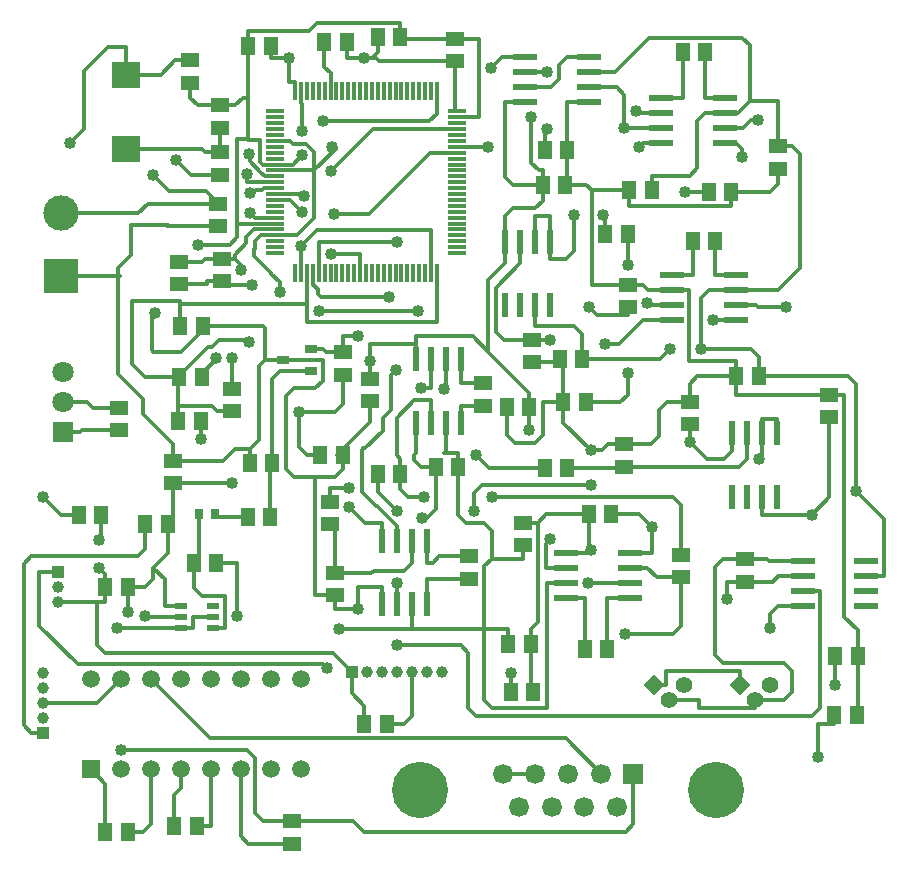
<source format=gbr>
G04 DipTrace 3.2.0.1*
G04 Âåðõíèé.gbr*
%MOIN*%
G04 #@! TF.FileFunction,Copper,L1,Top*
G04 #@! TF.Part,Single*
%AMOUTLINE0*
4,1,4,
0.0,-0.035433,
-0.035433,0.0,
0.0,0.035433,
0.035433,0.0,
0.0,-0.035433,
0*%
G04 #@! TA.AperFunction,Conductor*
%ADD13C,0.012992*%
%ADD14C,0.011811*%
%ADD15R,0.051181X0.059055*%
%ADD16R,0.059055X0.051181*%
%ADD18R,0.062992X0.011811*%
%ADD19R,0.011811X0.062992*%
G04 #@! TA.AperFunction,ComponentPad*
%ADD20R,0.11811X0.11811*%
%ADD21C,0.11811*%
%ADD23R,0.094488X0.086614*%
%ADD25R,0.043307X0.023622*%
%ADD27R,0.041339X0.025591*%
%ADD28R,0.029528X0.035433*%
G04 #@! TA.AperFunction,ComponentPad*
%ADD29R,0.070866X0.070866*%
%ADD30C,0.070866*%
%ADD31R,0.03937X0.03937*%
%ADD32C,0.03937*%
%ADD33R,0.059055X0.059055*%
%ADD34C,0.059055*%
%ADD35R,0.023622X0.07874*%
%ADD36R,0.07874X0.023622*%
G04 #@! TA.AperFunction,ComponentPad*
%ADD37R,0.066535X0.066535*%
%ADD38C,0.066535*%
%ADD39C,0.187402*%
%ADD40C,0.055118*%
G04 #@! TA.AperFunction,ViaPad*
%ADD41C,0.04*%
G04 #@! TA.AperFunction,ComponentPad*
%ADD98OUTLINE0*%
%FSLAX26Y26*%
G04*
G70*
G90*
G75*
G01*
G04 Top*
%LPD*%
X1960318Y2611840D2*
D13*
Y2449673D1*
X1527247D1*
Y2487491D1*
X1528576D1*
Y2556933D1*
X1527247D1*
Y2611840D1*
X1420948Y2954360D2*
X1552171D1*
Y2795717D1*
X1494278Y2737824D1*
X1420948D1*
Y3052785D2*
X1471273D1*
X1480945Y3043113D1*
X1523944D1*
X1552171Y3014886D1*
Y2954360D1*
X1101682Y2265067D2*
X1098327D1*
Y2169621D1*
Y2120605D1*
X1105602Y2435518D2*
Y2519087D1*
X944783D1*
Y2308283D1*
X988000Y2265067D1*
X1101682D1*
X2027247Y3151210D2*
X2020130D1*
Y3318421D1*
X1552171Y2954360D2*
D3*
X2020130Y3318421D2*
X1767731D1*
X1758051Y3328101D1*
X1742888D1*
X1762888Y3348101D1*
Y3397841D1*
X1406520Y3370516D2*
Y3328101D1*
X1468071D1*
X1552171Y2954360D2*
X1623572Y3025761D1*
Y3030959D1*
X1609492D1*
X1105602Y2435518D2*
Y2508719D1*
X1527247D1*
Y2487491D1*
X1742888Y3328101D2*
X1718217D1*
X1098327Y2169621D2*
X1209165D1*
X1227255Y2151531D1*
X1277991D1*
X1468071Y3328101D2*
Y3249636D1*
X1487877D1*
Y3218139D1*
X1718217Y3328101D2*
X1659633D1*
Y3382965D1*
X1101682Y2265067D2*
Y2269930D1*
X1197056Y2365304D1*
X1212206D1*
X1235528Y2388626D1*
X1327517D1*
X1333560Y2382583D1*
X1437234Y2550189D2*
Y2581570D1*
X1408186Y2610617D1*
Y2613214D1*
X1352214Y2669186D1*
Y2691562D1*
X1353219Y2692567D1*
Y2717612D1*
X1373432Y2737824D1*
D14*
X1420948D1*
X2599084Y2572319D2*
D13*
X2476138D1*
Y2887685D1*
X2601180D1*
X2387979Y2905293D2*
X2395538D1*
Y3023970D1*
X3359407Y1140543D2*
X3362760D1*
Y1336524D1*
X1776898Y1508012D2*
Y1566873D1*
X1696787D1*
Y1492766D1*
X3362760Y1336524D2*
Y1421688D1*
X3317685Y1466762D1*
Y2206567D1*
X3266424D1*
X2958764Y2270071D2*
X2828500D1*
X2802513Y2244084D1*
Y2183339D1*
X1336940Y1978304D2*
Y2027322D1*
X1285920D1*
X1245827Y1987228D1*
X1081024D1*
X1910654Y1795190D2*
X1926772D1*
X1957041Y1825459D1*
Y1964496D1*
X1081024Y1987228D2*
Y2043728D1*
X981678Y2143073D1*
Y2191906D1*
X898194Y2275390D1*
Y2598079D1*
X902552Y2602437D1*
X706257D1*
X1621783Y1537846D2*
X1555469D1*
Y1932302D1*
X1482807D1*
X1456823Y1958286D1*
Y2201696D1*
X1482807Y2227680D1*
X1553630D1*
X1579614Y2253664D1*
Y2322302D1*
X1448904D1*
X2601180Y2887685D2*
Y2835010D1*
X2941714D1*
Y2884028D1*
X2395538Y3023970D2*
Y3182797D1*
X2468159D1*
X1448904Y2322302D2*
X1386724D1*
Y2429031D1*
X1380238Y2435518D1*
X1180406D1*
X2382294Y2180983D2*
Y2326744D1*
X2369990D1*
X2387979Y2905293D2*
X2458530D1*
X2476138Y2887685D1*
X2473433Y1904345D2*
X2110827D1*
X2084843Y1878361D1*
Y1818963D1*
X1386724Y2322302D2*
X1366340Y2301917D1*
Y2056722D1*
X1336940Y2027322D1*
X1555469Y1932302D2*
X1621160D1*
X1647143Y1958285D1*
Y2007303D1*
X1696787Y1492766D2*
X1621783D1*
Y1537846D1*
X2273547Y1376440D2*
Y1425455D1*
X2296846Y1448755D1*
Y1780289D1*
X2247831D1*
X2280991Y1215333D2*
X2273547D1*
Y1376440D1*
X2743391Y2556245D2*
X2664176D1*
X2648102Y2572319D1*
X2599084D1*
X2958764Y2270071D2*
Y2319089D1*
X2802252D1*
Y2556245D1*
X2743391D1*
X3266424Y2206567D2*
X2958764D1*
Y2270071D1*
X2382294Y2180983D2*
X2313642D1*
Y2072010D1*
X2287657Y2046026D1*
X2219744D1*
X2193759Y2072012D1*
Y2165677D1*
X2472524Y2022802D2*
X2382294Y2113031D1*
Y2180983D1*
X2584215Y2041895D2*
X2531105D1*
X2512012Y2022802D1*
X2472524D1*
X2802513Y2183339D2*
X2726709D1*
X2700722Y2157352D1*
Y2067881D1*
X2674736Y2041895D1*
X2584215D1*
X1231924Y2768459D2*
X1059264D1*
X1063705Y2772902D1*
X941201D1*
Y2670983D1*
X898194Y2627976D1*
Y2598079D1*
X1957041Y1964496D2*
X1908979D1*
X1882996Y1990480D1*
Y2006129D1*
X1889297Y2012429D1*
Y2114046D1*
X1647143Y2007303D2*
X1627843D1*
X1736007Y2115467D1*
Y2184150D1*
X2941714Y2884028D2*
X3070736D1*
X3096723Y2910014D1*
Y2960514D1*
X2466029Y1808076D2*
X2324634D1*
X2296846Y1780289D1*
X2473433Y1687747D2*
X2466029Y1695151D1*
Y1808076D1*
X2390915Y1680415D2*
X2466101D1*
X2473433Y1687747D1*
X2369990Y2326744D2*
Y2314709D1*
X2275841D1*
X1180406Y2435518D2*
Y2421546D1*
X1108093Y2349234D1*
X1014623D1*
X1009430Y2354427D1*
Y2467965D1*
X1020811Y2479345D1*
X1337016Y2812829D2*
X1352966Y2796879D1*
X1382696D1*
D14*
X1420948D1*
X2027247Y3131525D2*
D13*
X2100512D1*
Y3393224D1*
X2020130D1*
X1940633Y2611840D2*
Y2756374D1*
X1562160D1*
X1507562Y2701776D1*
Y2611840D1*
X1420948Y2974045D2*
X1380018D1*
X1371442Y2982621D1*
Y3056064D1*
X1331077D1*
Y3058016D1*
X1295651D1*
Y2777194D1*
X1420948D1*
X1243688Y2585126D2*
X1194673D1*
Y2575888D1*
X1100554D1*
X2020130Y3393224D2*
X1837692D1*
Y3397841D1*
X1295651Y2777194D2*
Y2732282D1*
X1269238Y2705869D1*
X1164010D1*
X1331077Y3058016D2*
X1331717Y3196862D1*
Y3370516D1*
X905878Y1021444D2*
X1328909D1*
X1354894Y995459D1*
Y811390D1*
X1380878Y785406D1*
X1477081D1*
X905877Y1258923D2*
X827707Y1180753D1*
X647793D1*
X1331717Y3196862D2*
X1312730D1*
X1286745Y3170878D1*
X1237727D1*
X1243688Y2585126D2*
Y2573799D1*
X1343857D1*
X929462Y1566046D2*
X988646D1*
X1014630Y1592030D1*
Y1630727D1*
X1054118Y1591239D1*
Y1503655D1*
X1107150D1*
X1225362Y2327589D2*
X1227073D1*
X1176486Y2277001D1*
Y2265067D1*
X1331717Y3370516D2*
Y3419534D1*
X1533543D1*
X1560866Y3446857D1*
X1837692D1*
Y3397841D1*
X1477081Y785406D2*
X1680358D1*
X1716923Y748841D1*
X2589322D1*
X2615307Y774827D1*
Y943921D1*
X1014630Y1630727D2*
X1063449Y1679546D1*
Y1774892D1*
X929461Y1481845D2*
X929462Y1566046D1*
X1237727Y3170878D2*
X1163709D1*
X1137722Y3196865D1*
Y3246059D1*
X1278354Y2327589D2*
X1277991Y2226335D1*
X1081024Y1912425D2*
X1278354Y1912428D1*
X1063449Y1774892D2*
X1081024D1*
Y1912425D1*
X1420948Y2974045D2*
D14*
X1458940D1*
D13*
X1479568D1*
X1511438Y3005915D1*
X1512148Y3085226D2*
Y3175560D1*
X1507562Y3180147D1*
D14*
Y3218139D1*
X1239068Y2940512D2*
D13*
X1142016D1*
X1092353Y2990173D1*
X1328531Y2943365D2*
Y2914990D1*
X1420948D1*
X1606106Y2676329D2*
X1704412D1*
Y2611840D1*
X1173130Y2120605D2*
Y2058081D1*
X1584829Y3382965D2*
Y3299199D1*
X1605987Y3278042D1*
Y3218139D1*
X647793Y1080753D2*
X608618D1*
X582634Y1106738D1*
Y1642070D1*
X608618Y1668054D1*
X962661D1*
X988646Y1694038D1*
Y1774892D1*
X1237727Y3096075D2*
X1239068D1*
Y3015315D1*
X1188293D1*
X1177533Y3026075D1*
X925615D1*
X2255560Y3232797D2*
X2341430D1*
X2367413Y3258781D1*
Y3306810D1*
X2393400Y3332797D1*
X2468159D1*
X1137722Y3320862D2*
X1086098D1*
X1039343Y3274106D1*
X925615D1*
Y3364776D1*
X864761D1*
X784367Y3284382D1*
Y3092097D1*
X738705Y3046434D1*
X1334043Y3008735D2*
X1336495D1*
Y2984535D1*
X1374222Y2946807D1*
D14*
X1386354Y2934675D1*
X1420948D1*
X3093038Y2078827D2*
D13*
Y2124696D1*
X3043038D1*
Y2078827D1*
X2978846Y2999790D2*
Y3024594D1*
X2958846Y3044594D1*
X2919986D1*
X2955990Y2456245D2*
X2881492Y2456247D1*
X3043038Y2078827D2*
Y2003588D1*
X3032528Y1993077D1*
X1827465Y2715818D2*
X1566617D1*
Y2611840D1*
X1939297Y2326644D2*
Y2228861D1*
X1907224D1*
X1243688Y2659929D2*
X1187533D1*
X1178295Y2650692D1*
X1100554D1*
X1698193Y2401971D2*
X1646251D1*
Y2347560D1*
X2090429Y2006538D2*
X2134828Y1962138D1*
X2319740D1*
X1667008Y1894345D2*
X1604486D1*
Y1849264D1*
X1243688Y2659929D2*
X1286209D1*
X1306209Y2639929D1*
Y2622601D1*
X2140000Y3296093D2*
X2176703Y3332797D1*
X2255560D1*
X1646251Y2347560D2*
X1591756D1*
X1579613Y2359703D1*
X1539455D1*
X1286209Y2659929D2*
Y2673920D1*
X1324142Y2711854D1*
Y2732373D1*
X1349278Y2757509D1*
X1383041D1*
D14*
X1420948D1*
X1231924Y2843262D2*
D13*
X997089D1*
X965319Y2811492D1*
X706257D1*
X1231924Y2843262D2*
Y2846272D1*
X1191848Y2886348D1*
X1067732D1*
X1013785Y2940295D1*
X1336906Y2878857D2*
X1345518D1*
X1355772Y2889110D1*
X1376761D1*
X1382955Y2895304D1*
D14*
X1420948D1*
Y2855934D2*
X1458940D1*
D13*
X1470228D1*
X1509899Y2816262D1*
X3031722Y3121547D2*
X3008152D1*
X2981199Y3094594D1*
X2919986D1*
X1826898Y1720610D2*
Y1770448D1*
X1761825Y1835520D1*
X1756461D1*
X1709255Y1882727D1*
Y2021130D1*
X1715692Y2027567D1*
X1721056D1*
X1780064Y2086576D1*
Y2129491D1*
X1807959Y2157386D1*
Y2272755D1*
X1824076Y2288870D1*
X1801077Y2532652D2*
X1572449D1*
X1562907Y2542194D1*
Y2557871D1*
X1546932Y2573848D1*
D14*
Y2611840D1*
X1420948Y2875619D2*
X1458940D1*
D13*
X1510190D1*
X1515875Y2869933D1*
X3124715Y2499804D2*
X3029299D1*
X3022857Y2506245D1*
X2955990D1*
X1580205Y3118140D2*
X1934921D1*
X1960318Y3143537D1*
Y3218139D1*
X1607849Y2953576D2*
X1746428Y3092155D1*
X2027247D1*
X1717962Y1110323D2*
Y1170420D1*
X1676828Y1211555D1*
Y1282018D1*
X715601Y2181873D2*
X794361D1*
X812626Y2163608D1*
X902365D1*
X1676828Y1282018D2*
X1612934Y1345912D1*
X854659D1*
X828673Y1371896D1*
Y1515255D1*
X854659D1*
Y1566046D1*
Y1609474D1*
X835567Y1628566D1*
X828673Y1515255D2*
X697136D1*
X835567Y1723699D2*
X841778Y1729911D1*
Y1805705D1*
X2390915Y1580415D2*
X2326071D1*
Y1162294D1*
X2143336D1*
X2117350Y1188278D1*
Y1425455D1*
X1876898D1*
X1633870D1*
X2675983Y2887685D2*
Y2936703D1*
X2802980D1*
X2828965Y2962688D1*
Y3118610D1*
X2854949Y3144594D1*
X2919986D1*
X2736780Y2358577D2*
X2704946Y2326744D1*
X2444793D1*
X1989297Y2114046D2*
Y2019602D1*
X1983209Y2013514D1*
X2031844D1*
Y1964496D1*
X3391840Y1601513D2*
X3450701D1*
Y1792818D1*
X3357173Y1886345D1*
X3266424Y2131764D2*
Y1864340D1*
X3209453Y1807369D1*
X697136Y1615255D2*
X634602D1*
Y1436192D1*
X762854Y1307940D1*
X1580878D1*
X1594382Y1294436D1*
X2031844Y1964496D2*
Y1805458D1*
X2057828Y1779475D1*
X2117350D1*
X2143335Y1753491D1*
Y1660404D1*
X2247831D1*
Y1705486D1*
X715601Y2081873D2*
X770524D1*
X777455Y2088804D1*
X902365D1*
X1876898Y1425455D2*
Y1508012D1*
X3231618Y1000070D2*
Y1110325D1*
X3284604D1*
Y1140543D1*
X2919986Y3144594D2*
X2963535D1*
X3004831Y3185890D1*
Y3370865D1*
X2978846Y3396849D1*
X2668185D1*
X2554133Y3282797D1*
X2468159D1*
X2444793Y2326744D2*
Y2408610D1*
X2418808Y2434593D1*
X2288991D1*
Y2504484D1*
X2143335Y1660404D2*
X2117350Y1634421D1*
Y1425455D1*
X3096723Y3035318D2*
Y3185890D1*
X3004831D1*
X2955990Y2556245D2*
X3098003D1*
X3171724Y2629967D1*
Y3009332D1*
X3145740Y3035318D1*
X3096723D1*
X2841740Y2358577D2*
Y2530261D1*
X2867724Y2556245D1*
X2955990D1*
X3033567Y2270071D2*
Y2332593D1*
X3007583Y2358577D1*
X2841740D1*
X3357173Y1886345D2*
Y2244085D1*
X3331189Y2270071D1*
X3033567D1*
X3209453Y1807369D2*
X3043038D1*
Y1866228D1*
X2117350Y1425455D2*
X2198744D1*
Y1376440D1*
X2255560Y3182797D2*
X2188992D1*
Y2931278D1*
X2214976Y2905293D1*
X2313176D1*
X2603513Y1680415D2*
X2675878D1*
Y1765219D1*
X2519701Y2375762D2*
X2567619D1*
X2648102Y2456245D1*
X2743391D1*
X2802513Y2108535D2*
X2802516Y2049951D1*
X3071106Y1428589D2*
Y1475526D1*
X3097093Y1501513D1*
X3179241D1*
X2866911Y2884028D2*
X2787559Y2884030D1*
X2206188Y1215333D2*
X2206189Y1277857D1*
X3287957Y1240609D2*
Y1336524D1*
X1667008Y1832463D2*
X1720001Y1779471D1*
X1776898D1*
Y1720610D1*
X2466709Y2497518D2*
X2493205Y2471022D1*
X2599084D1*
Y2497516D1*
X2313176Y2905293D2*
Y2954310D1*
X2300921D1*
X2274937Y2980294D1*
Y3132475D1*
X2188991Y2717083D2*
Y2801928D1*
X2214975Y2827912D1*
X2287189D1*
X2313176Y2853899D1*
Y2905293D1*
X2268562Y2165677D2*
Y2213634D1*
X2131705Y2350491D1*
Y2589329D1*
X2188991Y2646615D1*
Y2717083D1*
X2267969Y2088274D2*
X2268562Y2165677D1*
X2675878Y1765219D2*
X2633020Y1808076D1*
X2540832D1*
X1889297Y2326644D2*
Y2402479D1*
X2079717D1*
X2131705Y2350491D1*
X1736007Y2258953D2*
Y2374194D1*
X1889297D1*
Y2326644D1*
X1736008Y2317538D2*
X1736007Y2258953D1*
X2802516Y2049951D2*
X2859390Y1993077D1*
X2917051D1*
X2943038Y2019064D1*
Y2078827D1*
X2635024Y3033822D2*
X2645797Y3044594D1*
X2707387D1*
X805877Y958923D2*
X855178Y909621D1*
Y748883D1*
X1005877Y958923D2*
Y774869D1*
X979891Y748883D1*
X929982D1*
X1105877Y958923D2*
Y894534D1*
X1084654Y873311D1*
Y768969D1*
X1205877Y958923D2*
Y768969D1*
X1159457D1*
X2027247Y3033100D2*
X2129917Y3033097D1*
X1617790Y2808227D2*
X1733448D1*
X1938634Y3013415D1*
X2027247D1*
X1005877Y1258923D2*
X1203867Y1060932D1*
X2389243D1*
X2506252Y943921D1*
X1305877Y958923D2*
Y736589D1*
X1331864Y710602D1*
X1477081D1*
X2603513Y1580415D2*
X2463280Y1580416D1*
X1828235Y1818959D2*
X1763113Y1884081D1*
Y1944014D1*
X2603513Y1630415D2*
X2662374D1*
X2694866Y1597923D1*
X2773744D1*
Y1434715D1*
X2747760Y1408731D1*
X2587614D1*
X2255560Y3282797D2*
X2327925Y3282794D1*
Y3092987D2*
X2320735Y3085797D1*
Y3023970D1*
X2624661Y3151499D2*
X2631566Y3144594D1*
X2707387D1*
X2683585Y1238996D2*
Y1237684D1*
X2725390D1*
Y1286046D1*
X2971105D1*
Y1240608D1*
X2926882Y1524585D2*
Y1583169D1*
X2988888D1*
X3080701D1*
X3099045Y1601513D1*
X3179241D1*
X648110Y1865196D2*
X707602Y1805705D1*
X766975D1*
X1107150Y1428852D2*
X1148291D1*
Y1466253D1*
X1213449D1*
X894146Y1428853D2*
X1107150Y1428852D1*
X1221050Y1809932D2*
Y1799302D1*
X1330236D1*
X1294079Y1468341D2*
Y1644958D1*
X1225382D1*
X988650Y1468341D2*
X990739Y1466253D1*
X1107150D1*
X1165932Y1809932D2*
Y1644958D1*
X1150579D1*
Y1560940D1*
X1176563Y1534955D1*
X1254591D1*
Y1428852D1*
X1213449D1*
X1405039Y1799302D2*
Y1978304D1*
X1411743D1*
Y2258912D1*
X1437731Y2284900D1*
X1539455D1*
X1926898Y1720610D2*
Y1645849D1*
X1947392D1*
X1969000Y1667455D1*
X2068333D1*
X1926898Y1508012D2*
Y1592652D1*
X2068333D1*
X2390915Y1530415D2*
X2454226D1*
Y1359714D1*
X1621783Y1612650D2*
X1741992D1*
X1749211Y1619869D1*
X1850913D1*
X1876898Y1645853D1*
Y1720610D1*
X1604486Y1774461D2*
X1621783Y1770283D1*
Y1612650D1*
X1604486Y1774461D2*
X1617606D1*
X1621783Y1770283D1*
X2733585Y1188996D2*
X2832602D1*
Y1163049D1*
X3021105D1*
Y1190608D1*
X3179241Y1651513D2*
X3067117D1*
X3060657Y1657972D1*
X2988888D1*
X2913378D1*
X2887394Y1631988D1*
Y1338014D1*
X2913378Y1312030D1*
X3118152D1*
X3144138Y1286046D1*
Y1216593D1*
X3118152Y1190608D1*
X3021105D1*
X1826898Y1373412D2*
X2039130D1*
X2065114Y1347428D1*
Y1162295D1*
X2091098Y1136310D1*
X3212118D1*
X3238102Y1162294D1*
Y1551513D1*
X3179241D1*
X1826898Y1580377D2*
Y1508012D1*
X2039297Y2326644D2*
Y2244866D1*
X2115715D1*
Y2170063D2*
X2039297D1*
Y2114046D1*
X1876828Y1282018D2*
Y1136310D1*
X1850841Y1110323D1*
X1792765D1*
X2603513Y1530415D2*
X2529029D1*
Y1359714D1*
X1566736Y2485117D2*
X1896709D1*
X1572340Y2007303D2*
X1526188D1*
X1500201Y2033290D1*
Y2149562D1*
X1984752Y2225433D2*
X1989297Y2220888D1*
Y2326644D1*
X1500201Y2149562D2*
X1620264D1*
X1646251Y2175549D1*
Y2272757D1*
X1917551Y1864857D2*
X1863900D1*
X1837916Y1890841D1*
Y1944014D1*
X2143335Y1864857D2*
X2747756D1*
X2773744Y1838869D1*
Y1672726D1*
X1837916Y1944014D2*
Y1993034D1*
X1825921Y2005029D1*
Y2130507D1*
X1884787Y2189373D1*
X1939297D1*
Y2114046D1*
X2596024Y2277731D2*
Y2206967D1*
X2570039Y2180983D1*
X2457097D1*
X2596021Y2742425D2*
X2596024Y2637546D1*
X2661606Y2511562D2*
X2666923Y2506245D1*
X2743391D1*
X2288991Y2717083D2*
Y2801928D1*
X2338991D1*
Y2717083D1*
Y2658223D1*
X2391354D1*
X2417339Y2684207D1*
Y2804948D1*
X2515626D2*
X2521218Y2799356D1*
Y2742425D1*
X2394543Y1962138D2*
X2584215D1*
Y1967092D1*
X2967051D1*
X2993038Y1993079D1*
Y2078827D1*
X2743391Y2606245D2*
X2813294D1*
Y2717853D1*
X2955990Y2606245D2*
X2888097D1*
Y2717853D1*
X2338362Y1725219D2*
X2322831Y1709688D1*
Y1630415D1*
X2390915D1*
X2275841Y2389512D2*
X2183673D1*
X2157689Y2415496D1*
Y2563345D1*
X2238991Y2644647D1*
Y2717083D1*
X2338362Y2389510D2*
X2275841Y2389512D1*
X2707387Y3094594D2*
X2585173Y3094597D1*
Y3206810D1*
X2559186Y3232797D1*
X2468159D1*
X2854946Y3347832D2*
Y3194594D1*
X2919986D1*
X2780143Y3347832D2*
Y3194594D1*
X2707387D1*
X2288142Y943921D2*
X2179087D1*
D41*
X1609492Y3030959D3*
X1718217Y3328101D3*
X1468071D3*
X1910654Y1795190D3*
X1696787Y1492766D3*
X2084843Y1818963D3*
X2473433Y1904345D3*
Y1687747D3*
X2472524Y2022802D3*
X1507720Y2701577D3*
X1164010Y2705869D3*
X929461Y1481845D3*
X1225362Y2327589D3*
X905878Y1021444D3*
X1278354Y1912428D3*
X1343857Y2573799D3*
X1278354Y2327589D3*
X1606106Y2676329D3*
X1173130Y2058081D3*
X2090429Y2006538D3*
X1667008Y1894345D3*
X1306209Y2622601D3*
X2140000Y3296093D3*
X1698193Y2401971D3*
X1580205Y3118140D3*
X1607849Y2953576D3*
X835567Y1723699D3*
Y1628566D3*
X1594382Y1294436D3*
X2736780Y2358577D3*
X2841740D3*
X1633870Y1425455D3*
X3209453Y1807369D3*
X3231618Y1000070D3*
X3357173Y1886345D3*
X2274937Y3132475D3*
X2519701Y2375762D3*
X3071106Y1428589D3*
X2787559Y2884030D3*
X2267969Y2088274D3*
X2206189Y1277857D3*
X3287957Y1240609D3*
X1667008Y1832463D3*
X2675878Y1765219D3*
X2466709Y2497518D3*
X1736008Y2317538D3*
X2635024Y3033822D3*
X2802516Y2049951D3*
X2129917Y3033097D3*
X1617790Y2808227D3*
X1828235Y1818959D3*
X2463280Y1580416D3*
X2587614Y1408731D3*
X2327925Y3092987D3*
X2624661Y3151499D3*
X2327925Y3282794D3*
X2926882Y1524585D3*
X648110Y1865196D3*
X894146Y1428853D3*
X988650Y1468341D3*
X1294079D3*
X2585173Y3094597D3*
X1827465Y2715818D3*
X1907224Y2228861D3*
X1826898Y1373412D3*
Y1580377D3*
X2338362Y1725219D3*
Y2389510D3*
X2515626Y2804948D3*
X2417339D3*
X2596024Y2277731D3*
Y2637546D3*
X2661606Y2511562D3*
X1984752Y2225433D3*
X1896709Y2485117D3*
X1566736D3*
X1500201Y2149562D3*
X1917551Y1864857D3*
X2143335D3*
X2978846Y2999790D3*
X2881492Y2456247D3*
X3032528Y1993077D3*
X1511438Y3005915D3*
X1512148Y3085226D3*
X1824076Y2288870D3*
X1801077Y2532652D3*
X1334043Y3008735D3*
X738705Y3046434D3*
X1092353Y2990173D3*
X1328531Y2943365D3*
X1013785Y2940295D3*
X1336906Y2878857D3*
X3031722Y3121547D3*
X1515875Y2869933D3*
X1509899Y2816262D3*
X3124715Y2499804D3*
X1337016Y2812829D3*
X1020811Y2479345D3*
X1333560Y2382583D3*
X1437234Y2550189D3*
D15*
X1105602Y2435518D3*
X1180406D3*
X1101682Y2265067D3*
X1176486D3*
D16*
X1277991Y2151531D3*
Y2226335D3*
D15*
X1837692Y3397841D3*
X1762888D3*
D16*
X2020130Y3393224D3*
Y3318421D3*
X1137722Y3246059D3*
Y3320862D3*
X1237727Y3170878D3*
Y3096075D3*
X1231924Y2768459D3*
Y2843262D3*
X1100554Y2575888D3*
Y2650692D3*
X1243688Y2585126D3*
Y2659929D3*
D15*
X1406520Y3370516D3*
X1331717D3*
D18*
X1420948Y3151210D3*
Y3131525D3*
Y3111840D3*
Y3092155D3*
Y3072470D3*
Y3052785D3*
Y3033100D3*
Y3013415D3*
Y2993730D3*
Y2974045D3*
Y2954360D3*
Y2934675D3*
Y2914990D3*
Y2895304D3*
Y2875619D3*
Y2855934D3*
Y2836249D3*
Y2816564D3*
Y2796879D3*
Y2777194D3*
Y2757509D3*
Y2737824D3*
Y2718139D3*
Y2698454D3*
Y2678769D3*
D19*
X1487877Y2611840D3*
X1507562D3*
X1527247D3*
X1546932D3*
X1566617D3*
X1586302D3*
X1605987D3*
X1625672D3*
X1645357D3*
X1665042D3*
X1684727D3*
X1704412D3*
X1724097D3*
X1743782D3*
X1763467D3*
X1783152D3*
X1802837D3*
X1822522D3*
X1842207D3*
X1861892D3*
X1881577D3*
X1901262D3*
X1920948D3*
X1940633D3*
X1960318D3*
D18*
X2027247Y2678769D3*
Y2698454D3*
Y2718139D3*
Y2737824D3*
Y2757509D3*
Y2777194D3*
Y2796879D3*
Y2816564D3*
Y2836249D3*
Y2855934D3*
Y2875619D3*
Y2895304D3*
Y2914990D3*
Y2934675D3*
Y2954360D3*
Y2974045D3*
Y2993730D3*
Y3013415D3*
Y3033100D3*
Y3052785D3*
Y3072470D3*
Y3092155D3*
Y3111840D3*
Y3131525D3*
Y3151210D3*
D19*
X1960318Y3218139D3*
X1940633D3*
X1920948D3*
X1901262D3*
X1881577D3*
X1861892D3*
X1842207D3*
X1822522D3*
X1802837D3*
X1783152D3*
X1763467D3*
X1743782D3*
X1724097D3*
X1704412D3*
X1684727D3*
X1665042D3*
X1645357D3*
X1625672D3*
X1605987D3*
X1586302D3*
X1566617D3*
X1546932D3*
X1527247D3*
X1507562D3*
X1487877D3*
D15*
X1584829Y3382965D3*
X1659633D3*
D16*
X1239068Y3015315D3*
Y2940512D3*
D15*
X1098327Y2120605D3*
X1173130D3*
D20*
X706257Y2602437D3*
D21*
Y2811492D3*
D23*
X925615Y3026075D3*
Y3274106D3*
D25*
X1107150Y1503655D3*
Y1466253D3*
Y1428852D3*
X1213449D3*
Y1466253D3*
Y1503655D3*
D15*
X1084654Y768969D3*
X1159457D3*
D16*
X1477081Y710602D3*
Y785406D3*
X902365Y2088804D3*
Y2163608D3*
D15*
X766975Y1805705D3*
X841778D3*
X1150579Y1644958D3*
X1225382D3*
X988646Y1774892D3*
X1063449D3*
X1411743Y1978304D3*
X1336940D3*
X2206188Y1215333D3*
X2280991D3*
D27*
X1539455Y2284900D3*
Y2359703D3*
X1448904Y2322302D3*
D28*
X1165932Y1809932D3*
X1221050D3*
D29*
X715601Y2081873D3*
D30*
Y2281873D3*
Y2181873D3*
D16*
X1081024Y1912425D3*
Y1987228D3*
D15*
X1330236Y1799302D3*
X1405039D3*
X1792765Y1110323D3*
X1717962D3*
D31*
X697136Y1615255D3*
D32*
Y1565255D3*
Y1515255D3*
D31*
X647793Y1080753D3*
D32*
Y1130753D3*
Y1180753D3*
Y1230753D3*
Y1280753D3*
D31*
X1676828Y1282018D3*
D32*
X1726828D3*
X1776828D3*
X1826828D3*
X1876828D3*
X1926828D3*
X1976828D3*
D33*
X805877Y958923D3*
D34*
X905877D3*
X1005877D3*
X1105877D3*
X1205877D3*
X1305877D3*
X1405877D3*
X1505877D3*
Y1258923D3*
X1405877D3*
X1305877D3*
X1205877D3*
X1105877D3*
X1005877D3*
X905877D3*
X805877D3*
D16*
X1604486Y1774461D3*
Y1849264D3*
D35*
X1926898Y1720610D3*
X1876898D3*
X1826898D3*
X1776898D3*
Y1508012D3*
X1826898D3*
X1876898D3*
X1926898D3*
D16*
X2988888Y1583169D3*
Y1657972D3*
X1621783Y1537846D3*
Y1612650D3*
X2068333Y1592652D3*
Y1667455D3*
D36*
X3179241Y1651513D3*
Y1601513D3*
Y1551513D3*
Y1501513D3*
X3391840D3*
Y1551513D3*
Y1601513D3*
Y1651513D3*
D15*
X2198744Y1376440D3*
X2273547D3*
X3287957Y1336524D3*
X3362760D3*
X3284604Y1140543D3*
X3359407D3*
D16*
X1736007Y2258953D3*
Y2184150D3*
X1646251Y2272757D3*
Y2347560D3*
D35*
X2338991Y2717083D3*
X2288991D3*
X2238991D3*
X2188991D3*
Y2504484D3*
X2238991D3*
X2288991D3*
X2338991D3*
D15*
X2394543Y1962138D3*
X2319740D3*
X2596021Y2742425D3*
X2521218D3*
X2313176Y2905293D3*
X2387979D3*
X2268562Y2165677D3*
X2193759D3*
X2382294Y2180983D3*
X2457097D3*
X2395538Y3023970D3*
X2320735D3*
D36*
X2743391Y2606245D3*
Y2556245D3*
Y2506245D3*
Y2456245D3*
X2955990D3*
Y2506245D3*
Y2556245D3*
Y2606245D3*
D16*
X2275841Y2314709D3*
Y2389512D3*
D35*
X3093038Y2078827D3*
X3043038D3*
X2993038D3*
X2943038D3*
Y1866228D3*
X2993038D3*
X3043038D3*
X3093038D3*
D16*
X3266424Y2131764D3*
Y2206567D3*
X2599084Y2497516D3*
Y2572319D3*
D15*
X3033567Y2270071D3*
X2958764D3*
X2444793Y2326744D3*
X2369990D3*
X2854946Y3347832D3*
X2780143D3*
X2675983Y2887685D3*
X2601180D3*
X2866911Y2884028D3*
X2941714D3*
D36*
X2707387Y3194594D3*
Y3144594D3*
Y3094594D3*
Y3044594D3*
X2919986D3*
Y3094594D3*
Y3144594D3*
Y3194594D3*
D16*
X3096723Y3035318D3*
Y2960514D3*
D36*
X2603513Y1530415D3*
Y1580415D3*
Y1630415D3*
Y1680415D3*
X2390915D3*
Y1630415D3*
Y1580415D3*
Y1530415D3*
D16*
X2247831Y1705486D3*
Y1780289D3*
X2802513Y2108535D3*
Y2183339D3*
D35*
X2039297Y2326644D3*
X1989297D3*
X1939297D3*
X1889297D3*
Y2114046D3*
X1939297D3*
X1989297D3*
X2039297D3*
D15*
X1647143Y2007303D3*
X1572340D3*
D16*
X2115715Y2170063D3*
Y2244866D3*
X2584215Y2041895D3*
Y1967092D3*
D15*
X1763113Y1944014D3*
X1837916D3*
X2454226Y1359714D3*
X2529029D3*
X2031844Y1964496D3*
X1957041D3*
X2540832Y1808076D3*
X2466029D3*
X854659Y1566046D3*
X929462D3*
D16*
X2773744Y1597923D3*
Y1672726D3*
D15*
X2888097Y2717853D3*
X2813294D3*
X855178Y748883D3*
X929982D3*
D37*
X2615307Y943922D3*
D38*
X2506252D3*
X2397197D3*
X2288142D3*
X2179087D3*
X2560780Y832111D3*
X2451724D3*
X2342669D3*
X2233614D3*
D39*
X2889126Y888016D3*
X1905268D3*
D36*
X2255560Y3332797D3*
Y3282797D3*
Y3232797D3*
Y3182797D3*
X2468159D3*
Y3232797D3*
Y3282797D3*
Y3332797D3*
D40*
X2783585Y1238996D3*
X2733585Y1188996D3*
D98*
X2683585Y1238996D3*
D40*
X3071105Y1240608D3*
X3021105Y1190608D3*
D98*
X2971105Y1240608D3*
M02*

</source>
